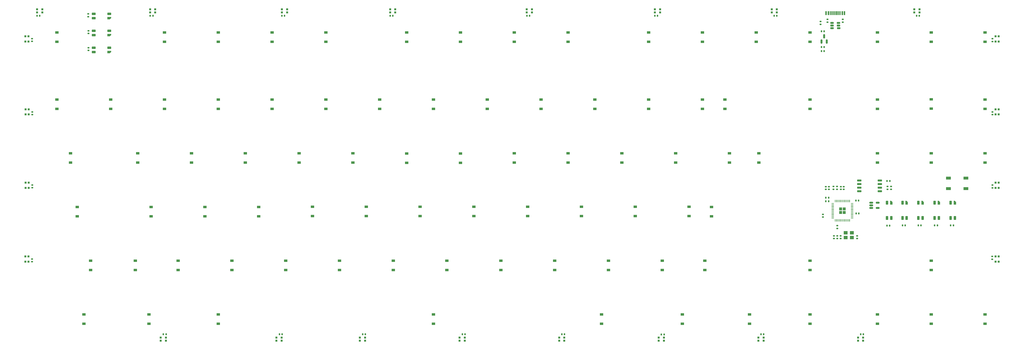
<source format=gbr>
%TF.GenerationSoftware,KiCad,Pcbnew,(6.0.5)*%
%TF.CreationDate,2022-07-03T11:08:47+08:00*%
%TF.ProjectId,track-lost,74726163-6b2d-46c6-9f73-742e6b696361,rev?*%
%TF.SameCoordinates,Original*%
%TF.FileFunction,Paste,Bot*%
%TF.FilePolarity,Positive*%
%FSLAX46Y46*%
G04 Gerber Fmt 4.6, Leading zero omitted, Abs format (unit mm)*
G04 Created by KiCad (PCBNEW (6.0.5)) date 2022-07-03 11:08:47*
%MOMM*%
%LPD*%
G01*
G04 APERTURE LIST*
G04 Aperture macros list*
%AMRoundRect*
0 Rectangle with rounded corners*
0 $1 Rounding radius*
0 $2 $3 $4 $5 $6 $7 $8 $9 X,Y pos of 4 corners*
0 Add a 4 corners polygon primitive as box body*
4,1,4,$2,$3,$4,$5,$6,$7,$8,$9,$2,$3,0*
0 Add four circle primitives for the rounded corners*
1,1,$1+$1,$2,$3*
1,1,$1+$1,$4,$5*
1,1,$1+$1,$6,$7*
1,1,$1+$1,$8,$9*
0 Add four rect primitives between the rounded corners*
20,1,$1+$1,$2,$3,$4,$5,0*
20,1,$1+$1,$4,$5,$6,$7,0*
20,1,$1+$1,$6,$7,$8,$9,0*
20,1,$1+$1,$8,$9,$2,$3,0*%
%AMFreePoly0*
4,1,18,-0.410000,0.593000,-0.403758,0.624380,-0.385983,0.650983,-0.359380,0.668758,-0.328000,0.675000,0.328000,0.675000,0.359380,0.668758,0.385983,0.650983,0.403758,0.624380,0.410000,0.593000,0.410000,-0.593000,0.403758,-0.624380,0.385983,-0.650983,0.359380,-0.668758,0.328000,-0.675000,0.000000,-0.675000,-0.410000,-0.265000,-0.410000,0.593000,-0.410000,0.593000,$1*%
G04 Aperture macros list end*
%ADD10RoundRect,0.140000X0.170000X-0.140000X0.170000X0.140000X-0.170000X0.140000X-0.170000X-0.140000X0*%
%ADD11R,1.200000X0.900000*%
%ADD12RoundRect,0.105000X-0.245000X0.245000X-0.245000X-0.245000X0.245000X-0.245000X0.245000X0.245000X0*%
%ADD13RoundRect,0.135000X0.185000X-0.135000X0.185000X0.135000X-0.185000X0.135000X-0.185000X-0.135000X0*%
%ADD14RoundRect,0.140000X-0.140000X-0.170000X0.140000X-0.170000X0.140000X0.170000X-0.140000X0.170000X0*%
%ADD15RoundRect,0.105000X0.245000X-0.245000X0.245000X0.245000X-0.245000X0.245000X-0.245000X-0.245000X0*%
%ADD16RoundRect,0.250000X0.292217X0.292217X-0.292217X0.292217X-0.292217X-0.292217X0.292217X-0.292217X0*%
%ADD17RoundRect,0.050000X0.387500X0.050000X-0.387500X0.050000X-0.387500X-0.050000X0.387500X-0.050000X0*%
%ADD18RoundRect,0.050000X0.050000X0.387500X-0.050000X0.387500X-0.050000X-0.387500X0.050000X-0.387500X0*%
%ADD19RoundRect,0.135000X-0.185000X0.135000X-0.185000X-0.135000X0.185000X-0.135000X0.185000X0.135000X0*%
%ADD20RoundRect,0.105000X0.245000X0.245000X-0.245000X0.245000X-0.245000X-0.245000X0.245000X-0.245000X0*%
%ADD21RoundRect,0.140000X-0.170000X0.140000X-0.170000X-0.140000X0.170000X-0.140000X0.170000X0.140000X0*%
%ADD22RoundRect,0.082000X0.328000X0.593000X-0.328000X0.593000X-0.328000X-0.593000X0.328000X-0.593000X0*%
%ADD23FreePoly0,180.000000*%
%ADD24RoundRect,0.150000X0.650000X0.150000X-0.650000X0.150000X-0.650000X-0.150000X0.650000X-0.150000X0*%
%ADD25RoundRect,0.105000X-0.245000X-0.245000X0.245000X-0.245000X0.245000X0.245000X-0.245000X0.245000X0*%
%ADD26R,1.400000X1.200000*%
%ADD27RoundRect,0.140000X0.140000X0.170000X-0.140000X0.170000X-0.140000X-0.170000X0.140000X-0.170000X0*%
%ADD28RoundRect,0.150000X-0.512500X-0.150000X0.512500X-0.150000X0.512500X0.150000X-0.512500X0.150000X0*%
%ADD29R,1.800000X1.100000*%
%ADD30RoundRect,0.082000X0.593000X-0.328000X0.593000X0.328000X-0.593000X0.328000X-0.593000X-0.328000X0*%
%ADD31FreePoly0,90.000000*%
%ADD32RoundRect,0.147500X-0.172500X0.147500X-0.172500X-0.147500X0.172500X-0.147500X0.172500X0.147500X0*%
%ADD33RoundRect,0.150000X0.475000X0.150000X-0.475000X0.150000X-0.475000X-0.150000X0.475000X-0.150000X0*%
%ADD34RoundRect,0.150000X0.150000X-0.587500X0.150000X0.587500X-0.150000X0.587500X-0.150000X-0.587500X0*%
%ADD35R,0.600000X1.450000*%
%ADD36R,0.300000X1.450000*%
G04 APERTURE END LIST*
D10*
%TO.C,C17*%
X265241200Y-109570000D03*
X265241200Y-108610000D03*
%TD*%
D11*
%TO.C,D75*%
X188235000Y-138172500D03*
X188235000Y-134872500D03*
%TD*%
D12*
%TO.C,LED7*%
X325360000Y-107195000D03*
X326460000Y-107195000D03*
X326460000Y-109025000D03*
X325360000Y-109025000D03*
%TD*%
D13*
%TO.C,R7*%
X269262500Y-123422500D03*
X269262500Y-122402500D03*
%TD*%
D11*
%TO.C,D31*%
X229510000Y-81022500D03*
X229510000Y-77722500D03*
%TD*%
D14*
%TO.C,C31*%
X110930000Y-47980000D03*
X111890000Y-47980000D03*
%TD*%
D12*
%TO.C,LED6*%
X325360000Y-133392500D03*
X326460000Y-133392500D03*
X326460000Y-135222500D03*
X325360000Y-135222500D03*
%TD*%
D15*
%TO.C,LED27*%
X-17045000Y-109025000D03*
X-18145000Y-109025000D03*
X-18145000Y-107195000D03*
X-17045000Y-107195000D03*
%TD*%
D16*
%TO.C,U4*%
X270484250Y-117812500D03*
X271759250Y-116537500D03*
X271759250Y-117812500D03*
X270484250Y-116537500D03*
D17*
X274559250Y-114575000D03*
X274559250Y-114975000D03*
X274559250Y-115375000D03*
X274559250Y-115775000D03*
X274559250Y-116175000D03*
X274559250Y-116575000D03*
X274559250Y-116975000D03*
X274559250Y-117375000D03*
X274559250Y-117775000D03*
X274559250Y-118175000D03*
X274559250Y-118575000D03*
X274559250Y-118975000D03*
X274559250Y-119375000D03*
X274559250Y-119775000D03*
D18*
X273721750Y-120612500D03*
X273321750Y-120612500D03*
X272921750Y-120612500D03*
X272521750Y-120612500D03*
X272121750Y-120612500D03*
X271721750Y-120612500D03*
X271321750Y-120612500D03*
X270921750Y-120612500D03*
X270521750Y-120612500D03*
X270121750Y-120612500D03*
X269721750Y-120612500D03*
X269321750Y-120612500D03*
X268921750Y-120612500D03*
X268521750Y-120612500D03*
D17*
X267684250Y-119775000D03*
X267684250Y-119375000D03*
X267684250Y-118975000D03*
X267684250Y-118575000D03*
X267684250Y-118175000D03*
X267684250Y-117775000D03*
X267684250Y-117375000D03*
X267684250Y-116975000D03*
X267684250Y-116575000D03*
X267684250Y-116175000D03*
X267684250Y-115775000D03*
X267684250Y-115375000D03*
X267684250Y-114975000D03*
X267684250Y-114575000D03*
D18*
X268521750Y-113737500D03*
X268921750Y-113737500D03*
X269321750Y-113737500D03*
X269721750Y-113737500D03*
X270121750Y-113737500D03*
X270521750Y-113737500D03*
X270921750Y-113737500D03*
X271321750Y-113737500D03*
X271721750Y-113737500D03*
X272121750Y-113737500D03*
X272521750Y-113737500D03*
X272921750Y-113737500D03*
X273321750Y-113737500D03*
X273721750Y-113737500D03*
%TD*%
D11*
%TO.C,D61*%
X178710000Y-119060000D03*
X178710000Y-115760000D03*
%TD*%
%TO.C,D27*%
X164422500Y-81022500D03*
X164422500Y-77722500D03*
%TD*%
D19*
%TO.C,R1*%
X265824000Y-49322000D03*
X265824000Y-50342000D03*
%TD*%
D11*
%TO.C,D17*%
X259672500Y-81022500D03*
X259672500Y-77722500D03*
%TD*%
%TO.C,D14*%
X283485000Y-57210000D03*
X283485000Y-53910000D03*
%TD*%
%TO.C,D79*%
X302535000Y-138172500D03*
X302535000Y-134872500D03*
%TD*%
%TO.C,D25*%
X126322500Y-81022500D03*
X126322500Y-77722500D03*
%TD*%
%TO.C,D62*%
X197760000Y-119060000D03*
X197760000Y-115760000D03*
%TD*%
D20*
%TO.C,LED23*%
X102078214Y-162145000D03*
X102078214Y-163245000D03*
X100248214Y-163245000D03*
X100248214Y-162145000D03*
%TD*%
D14*
%TO.C,C22*%
X309462500Y-122382500D03*
X310422500Y-122382500D03*
%TD*%
D21*
%TO.C,C24*%
X324210000Y-108062500D03*
X324210000Y-109022500D03*
%TD*%
D22*
%TO.C,LED2*%
X292382500Y-119765000D03*
X293882500Y-119765000D03*
X292382500Y-114315000D03*
D23*
X293882500Y-114315000D03*
%TD*%
D11*
%TO.C,D4*%
X69172500Y-57210000D03*
X69172500Y-53910000D03*
%TD*%
D24*
%TO.C,U3*%
X284329129Y-106415000D03*
X284329129Y-107685000D03*
X284329129Y-108955000D03*
X284329129Y-110225000D03*
X277129129Y-110225000D03*
X277129129Y-108955000D03*
X277129129Y-107685000D03*
X277129129Y-106415000D03*
%TD*%
D25*
%TO.C,LED16*%
X25955000Y-46870000D03*
X25955000Y-45770000D03*
X27785000Y-45770000D03*
X27785000Y-46870000D03*
%TD*%
D20*
%TO.C,LED31*%
X243199642Y-162145000D03*
X243199642Y-163245000D03*
X241369642Y-163245000D03*
X241369642Y-162145000D03*
%TD*%
D21*
%TO.C,C7*%
X269322500Y-126062500D03*
X269322500Y-127022500D03*
%TD*%
D11*
%TO.C,D9*%
X173947500Y-57210000D03*
X173947500Y-53910000D03*
%TD*%
D21*
%TO.C,C26*%
X324222500Y-56182500D03*
X324222500Y-57142500D03*
%TD*%
D11*
%TO.C,D59*%
X140610000Y-119060000D03*
X140610000Y-115760000D03*
%TD*%
D21*
%TO.C,C13*%
X264235000Y-118422500D03*
X264235000Y-119382500D03*
%TD*%
%TO.C,C35*%
X4102500Y-53342500D03*
X4102500Y-54302500D03*
%TD*%
D11*
%TO.C,D45*%
X192997500Y-100072500D03*
X192997500Y-96772500D03*
%TD*%
D12*
%TO.C,LED13*%
X325360000Y-55302500D03*
X326460000Y-55302500D03*
X326460000Y-57132500D03*
X325360000Y-57132500D03*
%TD*%
D26*
%TO.C,Y1*%
X272228000Y-125001250D03*
X274428000Y-125001250D03*
X274428000Y-126701250D03*
X272228000Y-126701250D03*
%TD*%
D11*
%TO.C,D3*%
X50122500Y-57210000D03*
X50122500Y-53910000D03*
%TD*%
%TO.C,D66*%
X20753750Y-138172500D03*
X20753750Y-134872500D03*
%TD*%
%TO.C,D28*%
X183472500Y-81022500D03*
X183472500Y-77722500D03*
%TD*%
D27*
%TO.C,C10*%
X266212000Y-113841250D03*
X265252000Y-113841250D03*
%TD*%
D11*
%TO.C,D65*%
X4878750Y-138172500D03*
X4878750Y-134872500D03*
%TD*%
D20*
%TO.C,LED32*%
X278480000Y-162140000D03*
X278480000Y-163240000D03*
X276650000Y-163240000D03*
X276650000Y-162140000D03*
%TD*%
D11*
%TO.C,D68*%
X54885000Y-138172500D03*
X54885000Y-134872500D03*
%TD*%
%TO.C,D63*%
X216810000Y-119060000D03*
X216810000Y-115760000D03*
%TD*%
D28*
%TO.C,U5*%
X281322500Y-116212500D03*
X281322500Y-115262500D03*
X281322500Y-114312500D03*
X283597500Y-114312500D03*
X283597500Y-116212500D03*
%TD*%
D14*
%TO.C,C3*%
X263690000Y-59102500D03*
X264650000Y-59102500D03*
%TD*%
D11*
%TO.C,D47*%
X231097500Y-100072500D03*
X231097500Y-96772500D03*
%TD*%
%TO.C,D46*%
X212047500Y-100072500D03*
X212047500Y-96772500D03*
%TD*%
D22*
%TO.C,LED1*%
X286910000Y-119765000D03*
X288410000Y-119765000D03*
X286910000Y-114315000D03*
D23*
X288410000Y-114315000D03*
%TD*%
D11*
%TO.C,D73*%
X150135000Y-138172500D03*
X150135000Y-134872500D03*
%TD*%
%TO.C,D40*%
X97747500Y-100072500D03*
X97747500Y-96772500D03*
%TD*%
D10*
%TO.C,C8*%
X266308000Y-109570000D03*
X266308000Y-108610000D03*
%TD*%
D11*
%TO.C,D88*%
X283485000Y-157222500D03*
X283485000Y-153922500D03*
%TD*%
D27*
%TO.C,C49*%
X278540000Y-161000000D03*
X277580000Y-161000000D03*
%TD*%
D21*
%TO.C,C34*%
X4072500Y-47372500D03*
X4072500Y-48332500D03*
%TD*%
D25*
%TO.C,LED10*%
X204700000Y-46855000D03*
X204700000Y-45755000D03*
X206530000Y-45755000D03*
X206530000Y-46855000D03*
%TD*%
D11*
%TO.C,D33*%
X302535000Y-80960000D03*
X302535000Y-77660000D03*
%TD*%
%TO.C,D60*%
X159660000Y-119060000D03*
X159660000Y-115760000D03*
%TD*%
%TO.C,D53*%
X26310000Y-119122500D03*
X26310000Y-115822500D03*
%TD*%
D27*
%TO.C,C44*%
X102200000Y-161000000D03*
X101240000Y-161000000D03*
%TD*%
D21*
%TO.C,C25*%
X324210000Y-82130000D03*
X324210000Y-83090000D03*
%TD*%
D14*
%TO.C,C1*%
X275872500Y-113582500D03*
X276832500Y-113582500D03*
%TD*%
D20*
%TO.C,LED24*%
X72540000Y-162145000D03*
X72540000Y-163245000D03*
X70710000Y-163245000D03*
X70710000Y-162145000D03*
%TD*%
D11*
%TO.C,D55*%
X64410000Y-119122500D03*
X64410000Y-115822500D03*
%TD*%
D10*
%TO.C,C6*%
X271568000Y-109570000D03*
X271568000Y-108610000D03*
%TD*%
D11*
%TO.C,D90*%
X321585000Y-157222500D03*
X321585000Y-153922500D03*
%TD*%
D27*
%TO.C,C46*%
X172720000Y-161000000D03*
X171760000Y-161000000D03*
%TD*%
D11*
%TO.C,D13*%
X259672500Y-57210000D03*
X259672500Y-53910000D03*
%TD*%
D21*
%TO.C,C23*%
X324132500Y-133382500D03*
X324132500Y-134342500D03*
%TD*%
D27*
%TO.C,C2*%
X264650000Y-53560000D03*
X263690000Y-53560000D03*
%TD*%
D11*
%TO.C,D78*%
X259672500Y-138172500D03*
X259672500Y-134872500D03*
%TD*%
%TO.C,D8*%
X154897500Y-57210000D03*
X154897500Y-53910000D03*
%TD*%
%TO.C,D26*%
X145372500Y-81022500D03*
X145372500Y-77722500D03*
%TD*%
D15*
%TO.C,LED26*%
X-17110000Y-135225000D03*
X-18210000Y-135225000D03*
X-18210000Y-133395000D03*
X-17110000Y-133395000D03*
%TD*%
%TO.C,LED28*%
X-17045000Y-83005000D03*
X-18145000Y-83005000D03*
X-18145000Y-81175000D03*
X-17045000Y-81175000D03*
%TD*%
D11*
%TO.C,D64*%
X224747500Y-119122500D03*
X224747500Y-115822500D03*
%TD*%
%TO.C,D84*%
X185853750Y-157222500D03*
X185853750Y-153922500D03*
%TD*%
D27*
%TO.C,C48*%
X243260000Y-160990000D03*
X242300000Y-160990000D03*
%TD*%
D11*
%TO.C,D35*%
X-2265000Y-100072500D03*
X-2265000Y-96772500D03*
%TD*%
%TO.C,D1*%
X-7027500Y-57210000D03*
X-7027500Y-53910000D03*
%TD*%
D14*
%TO.C,C30*%
X159360000Y-48000000D03*
X160320000Y-48000000D03*
%TD*%
%TO.C,C20*%
X298002500Y-122332500D03*
X298962500Y-122332500D03*
%TD*%
D29*
%TO.C,SW1*%
X308685000Y-105590000D03*
X314885000Y-105590000D03*
X308685000Y-109290000D03*
X314885000Y-109290000D03*
%TD*%
D25*
%TO.C,LED20*%
X-14090000Y-46870000D03*
X-14090000Y-45770000D03*
X-12260000Y-45770000D03*
X-12260000Y-46870000D03*
%TD*%
D30*
%TO.C,LED17*%
X6005000Y-47360000D03*
X6005000Y-48860000D03*
X11455000Y-47360000D03*
D31*
X11455000Y-48860000D03*
%TD*%
D11*
%TO.C,D19*%
X12022500Y-81022500D03*
X12022500Y-77722500D03*
%TD*%
D13*
%TO.C,R6*%
X267960000Y-109607500D03*
X267960000Y-108587500D03*
%TD*%
D11*
%TO.C,D39*%
X78697500Y-100072500D03*
X78697500Y-96772500D03*
%TD*%
D22*
%TO.C,LED4*%
X303780000Y-119765000D03*
X305280000Y-119765000D03*
X303780000Y-114315000D03*
D23*
X305280000Y-114315000D03*
%TD*%
D11*
%TO.C,D52*%
X116250Y-119122500D03*
X116250Y-115822500D03*
%TD*%
D14*
%TO.C,C27*%
X297415000Y-47990000D03*
X298375000Y-47990000D03*
%TD*%
D11*
%TO.C,D7*%
X135847500Y-57210000D03*
X135847500Y-53910000D03*
%TD*%
D14*
%TO.C,C19*%
X292402500Y-122352500D03*
X293362500Y-122352500D03*
%TD*%
D11*
%TO.C,D80*%
X2497500Y-157222500D03*
X2497500Y-153922500D03*
%TD*%
D19*
%TO.C,R4*%
X288339129Y-108570000D03*
X288339129Y-109590000D03*
%TD*%
D11*
%TO.C,D72*%
X131062500Y-138192500D03*
X131062500Y-134892500D03*
%TD*%
%TO.C,D83*%
X126322500Y-157222500D03*
X126322500Y-153922500D03*
%TD*%
D20*
%TO.C,LED29*%
X172638928Y-162145000D03*
X172638928Y-163245000D03*
X170808928Y-163245000D03*
X170808928Y-162145000D03*
%TD*%
D11*
%TO.C,D57*%
X102510000Y-119060000D03*
X102510000Y-115760000D03*
%TD*%
%TO.C,D10*%
X202522500Y-57210000D03*
X202522500Y-53910000D03*
%TD*%
%TO.C,D22*%
X69172500Y-81022500D03*
X69172500Y-77722500D03*
%TD*%
%TO.C,D70*%
X92985000Y-138172500D03*
X92985000Y-134872500D03*
%TD*%
%TO.C,D20*%
X31072500Y-81022500D03*
X31072500Y-77722500D03*
%TD*%
%TO.C,D29*%
X202522500Y-81022500D03*
X202522500Y-77722500D03*
%TD*%
D21*
%TO.C,C12*%
X268152500Y-126052500D03*
X268152500Y-127012500D03*
%TD*%
D11*
%TO.C,D41*%
X116797500Y-100135000D03*
X116797500Y-96835000D03*
%TD*%
D32*
%TO.C,F1*%
X263411000Y-50082000D03*
X263411000Y-51052000D03*
%TD*%
D30*
%TO.C,LED19*%
X6005000Y-59347500D03*
X6005000Y-60847500D03*
X11455000Y-59347500D03*
D31*
X11455000Y-60847500D03*
%TD*%
D21*
%TO.C,C36*%
X4162500Y-59352500D03*
X4162500Y-60312500D03*
%TD*%
D11*
%TO.C,D54*%
X45360000Y-119122500D03*
X45360000Y-115822500D03*
%TD*%
%TO.C,D50*%
X302535000Y-100072500D03*
X302535000Y-96772500D03*
%TD*%
D27*
%TO.C,C14*%
X266212000Y-112571250D03*
X265252000Y-112571250D03*
%TD*%
D20*
%TO.C,LED30*%
X207919285Y-162145000D03*
X207919285Y-163245000D03*
X206089285Y-163245000D03*
X206089285Y-162145000D03*
%TD*%
D11*
%TO.C,D11*%
X221572500Y-57210000D03*
X221572500Y-53910000D03*
%TD*%
D13*
%TO.C,R5*%
X269244150Y-109600000D03*
X269244150Y-108580000D03*
%TD*%
D25*
%TO.C,LED9*%
X159350000Y-46855000D03*
X159350000Y-45755000D03*
X161180000Y-45755000D03*
X161180000Y-46855000D03*
%TD*%
D20*
%TO.C,LED25*%
X31517500Y-162145000D03*
X31517500Y-163245000D03*
X29687500Y-163245000D03*
X29687500Y-162145000D03*
%TD*%
D11*
%TO.C,D87*%
X259672500Y-157222500D03*
X259672500Y-153922500D03*
%TD*%
%TO.C,D37*%
X40597500Y-100072500D03*
X40597500Y-96772500D03*
%TD*%
D25*
%TO.C,LED8*%
X110950000Y-46855000D03*
X110950000Y-45755000D03*
X112780000Y-45755000D03*
X112780000Y-46855000D03*
%TD*%
D11*
%TO.C,D44*%
X173947500Y-100072500D03*
X173947500Y-96772500D03*
%TD*%
D10*
%TO.C,C4*%
X270458000Y-127041250D03*
X270458000Y-126081250D03*
%TD*%
D14*
%TO.C,C33*%
X25982500Y-48040000D03*
X26942500Y-48040000D03*
%TD*%
D11*
%TO.C,D48*%
X241512500Y-100102500D03*
X241512500Y-96802500D03*
%TD*%
%TO.C,D12*%
X240622500Y-57210000D03*
X240622500Y-53910000D03*
%TD*%
D19*
%TO.C,R3*%
X271285000Y-49324000D03*
X271285000Y-50344000D03*
%TD*%
D27*
%TO.C,C47*%
X207980000Y-161010000D03*
X207020000Y-161010000D03*
%TD*%
D11*
%TO.C,D81*%
X25516250Y-157222500D03*
X25516250Y-153922500D03*
%TD*%
%TO.C,D85*%
X214428750Y-157222500D03*
X214428750Y-153922500D03*
%TD*%
D14*
%TO.C,C32*%
X72590000Y-47990000D03*
X73550000Y-47990000D03*
%TD*%
D11*
%TO.C,D34*%
X321585000Y-81022500D03*
X321585000Y-77722500D03*
%TD*%
%TO.C,D2*%
X31072500Y-57210000D03*
X31072500Y-53910000D03*
%TD*%
D25*
%TO.C,LED11*%
X246070000Y-46860000D03*
X246070000Y-45760000D03*
X247900000Y-45760000D03*
X247900000Y-46860000D03*
%TD*%
D11*
%TO.C,D6*%
X116797500Y-57210000D03*
X116797500Y-53910000D03*
%TD*%
D14*
%TO.C,C21*%
X303782500Y-122332500D03*
X304742500Y-122332500D03*
%TD*%
D11*
%TO.C,D5*%
X88222500Y-57210000D03*
X88222500Y-53910000D03*
%TD*%
D27*
%TO.C,C28*%
X247902500Y-48042500D03*
X246942500Y-48042500D03*
%TD*%
D11*
%TO.C,D23*%
X88222500Y-81022500D03*
X88222500Y-77722500D03*
%TD*%
%TO.C,D67*%
X35835000Y-138172500D03*
X35835000Y-134872500D03*
%TD*%
%TO.C,D71*%
X112035000Y-138172500D03*
X112035000Y-134872500D03*
%TD*%
D20*
%TO.C,LED22*%
X137358571Y-162145000D03*
X137358571Y-163245000D03*
X135528571Y-163245000D03*
X135528571Y-162145000D03*
%TD*%
D11*
%TO.C,D15*%
X302535000Y-57210000D03*
X302535000Y-53910000D03*
%TD*%
D27*
%TO.C,C42*%
X31600000Y-160960000D03*
X30640000Y-160960000D03*
%TD*%
D11*
%TO.C,D32*%
X283485000Y-81022500D03*
X283485000Y-77722500D03*
%TD*%
D10*
%TO.C,C38*%
X-15827500Y-57112500D03*
X-15827500Y-56152500D03*
%TD*%
D33*
%TO.C,U2*%
X269761250Y-50533000D03*
X269761250Y-51483000D03*
X269836250Y-52433000D03*
X267411250Y-52433000D03*
X267411250Y-51483000D03*
X267411250Y-50533000D03*
%TD*%
D11*
%TO.C,D51*%
X321585000Y-100072500D03*
X321585000Y-96772500D03*
%TD*%
D21*
%TO.C,C5*%
X276303000Y-126071250D03*
X276303000Y-127031250D03*
%TD*%
D15*
%TO.C,LED21*%
X-17120000Y-57125000D03*
X-18220000Y-57125000D03*
X-18220000Y-55295000D03*
X-17120000Y-55295000D03*
%TD*%
D22*
%TO.C,LED5*%
X309440000Y-119765000D03*
X310940000Y-119765000D03*
X309440000Y-114315000D03*
D23*
X310940000Y-114315000D03*
%TD*%
D11*
%TO.C,D69*%
X73935000Y-138172500D03*
X73935000Y-134872500D03*
%TD*%
D30*
%TO.C,LED18*%
X6005000Y-53350000D03*
X6005000Y-54850000D03*
X11455000Y-53350000D03*
D31*
X11455000Y-54850000D03*
%TD*%
D11*
%TO.C,D21*%
X50122500Y-81022500D03*
X50122500Y-77722500D03*
%TD*%
%TO.C,D30*%
X221572500Y-81022500D03*
X221572500Y-77722500D03*
%TD*%
%TO.C,D77*%
X222366250Y-138172500D03*
X222366250Y-134872500D03*
%TD*%
%TO.C,D89*%
X302535000Y-157222500D03*
X302535000Y-153922500D03*
%TD*%
D25*
%TO.C,LED12*%
X296560000Y-46860000D03*
X296560000Y-45760000D03*
X298390000Y-45760000D03*
X298390000Y-46860000D03*
%TD*%
D34*
%TO.C,U1*%
X265600000Y-57140000D03*
X263700000Y-57140000D03*
X264650000Y-55265000D03*
%TD*%
D10*
%TO.C,C39*%
X-15797500Y-83070000D03*
X-15797500Y-82110000D03*
%TD*%
D14*
%TO.C,C11*%
X286949129Y-106600000D03*
X287909129Y-106600000D03*
%TD*%
D11*
%TO.C,D74*%
X169185000Y-138172500D03*
X169185000Y-134872500D03*
%TD*%
%TO.C,D38*%
X59647500Y-100072500D03*
X59647500Y-96772500D03*
%TD*%
D14*
%TO.C,C9*%
X263670000Y-60520000D03*
X264630000Y-60520000D03*
%TD*%
D11*
%TO.C,D43*%
X154897500Y-100072500D03*
X154897500Y-96772500D03*
%TD*%
%TO.C,D18*%
X-7027500Y-81022500D03*
X-7027500Y-77722500D03*
%TD*%
D25*
%TO.C,LED15*%
X72630000Y-46855000D03*
X72630000Y-45755000D03*
X74460000Y-45755000D03*
X74460000Y-46855000D03*
%TD*%
D11*
%TO.C,D42*%
X135847500Y-100135000D03*
X135847500Y-96835000D03*
%TD*%
%TO.C,D58*%
X121560000Y-119060000D03*
X121560000Y-115760000D03*
%TD*%
D14*
%TO.C,C29*%
X204692500Y-48042500D03*
X205652500Y-48042500D03*
%TD*%
D21*
%TO.C,C41*%
X-15837500Y-134300000D03*
X-15837500Y-135260000D03*
%TD*%
D27*
%TO.C,C45*%
X137460000Y-161000000D03*
X136500000Y-161000000D03*
%TD*%
D11*
%TO.C,D16*%
X321585000Y-57210000D03*
X321585000Y-53910000D03*
%TD*%
D14*
%TO.C,C37*%
X-14097500Y-48020000D03*
X-13137500Y-48020000D03*
%TD*%
D27*
%TO.C,C43*%
X72700000Y-160960000D03*
X71740000Y-160960000D03*
%TD*%
D11*
%TO.C,D36*%
X21547500Y-100072500D03*
X21547500Y-96772500D03*
%TD*%
%TO.C,D86*%
X238241250Y-157222500D03*
X238241250Y-153922500D03*
%TD*%
D12*
%TO.C,LED14*%
X325360000Y-81175000D03*
X326460000Y-81175000D03*
X326460000Y-83005000D03*
X325360000Y-83005000D03*
%TD*%
D10*
%TO.C,C40*%
X-15767500Y-108980000D03*
X-15767500Y-108020000D03*
%TD*%
D11*
%TO.C,D49*%
X283485000Y-100072500D03*
X283485000Y-96772500D03*
%TD*%
%TO.C,D82*%
X50122500Y-157222500D03*
X50122500Y-153922500D03*
%TD*%
D14*
%TO.C,C18*%
X286902500Y-122402500D03*
X287862500Y-122402500D03*
%TD*%
D11*
%TO.C,D76*%
X207285000Y-138172500D03*
X207285000Y-134872500D03*
%TD*%
D10*
%TO.C,C15*%
X270552000Y-109570000D03*
X270552000Y-108610000D03*
%TD*%
D11*
%TO.C,D24*%
X107272500Y-81022500D03*
X107272500Y-77722500D03*
%TD*%
D13*
%TO.C,R2*%
X287067504Y-109586250D03*
X287067504Y-108566250D03*
%TD*%
D11*
%TO.C,D56*%
X83460000Y-119060000D03*
X83460000Y-115760000D03*
%TD*%
D14*
%TO.C,C16*%
X275953750Y-118144375D03*
X276913750Y-118144375D03*
%TD*%
D35*
%TO.C,J1*%
X265336250Y-47082500D03*
X266136250Y-47082500D03*
D36*
X267336250Y-47082500D03*
X268336250Y-47082500D03*
X268836250Y-47082500D03*
X269836250Y-47082500D03*
D35*
X271036250Y-47082500D03*
X271836250Y-47082500D03*
X271836250Y-47082500D03*
X271036250Y-47082500D03*
D36*
X270336250Y-47082500D03*
X269336250Y-47082500D03*
X267836250Y-47082500D03*
X266836250Y-47082500D03*
D35*
X266136250Y-47082500D03*
X265336250Y-47082500D03*
%TD*%
D22*
%TO.C,LED3*%
X298030000Y-119765000D03*
X299530000Y-119765000D03*
X298030000Y-114315000D03*
D23*
X299530000Y-114315000D03*
%TD*%
M02*

</source>
